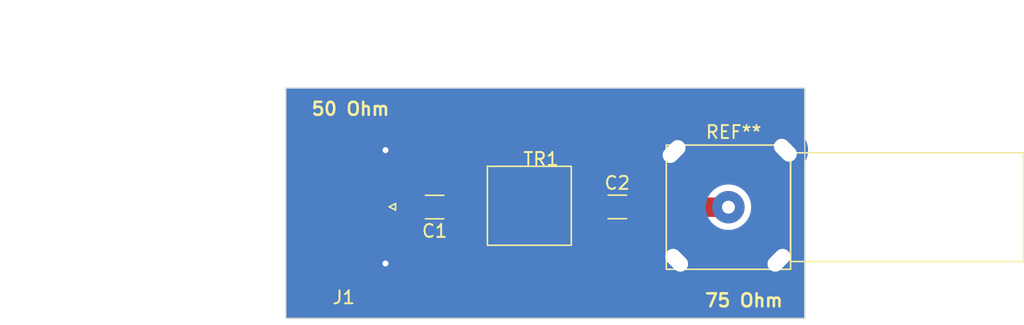
<source format=kicad_pcb>
(kicad_pcb (version 20241229) (generator "pcbnew") (generator_version "9.0")
  (layers (0 "F.Cu" signal) (2 "B.Cu" signal) (13 "F.Paste" user) (15 "B.Paste" user) (5 "F.SilkS" user "F.Silkscreen") (7 "B.SilkS" user "B.Silkscreen") (1 "F.Mask" user) (3 "B.Mask" user) (25 "Edge.Cuts" user))
  (net 0 "")
  (net 1 "Net-(C1-Pad1)")
  (net 2 "Net-(J1-In)")
  (net 3 "Net-(C2-Pad1)")
  (net 4 "Net-(J2-In)")
  (net 5 "GND")
  (footprint "Konektory:Coax_F_female_poziomy" (layer "F.Cu") (at 165 92.01)
    (property "Reference" "REF**" (at 0.4 -5.8 0) (layer "F.SilkS"))
    (property "Value" "Coax_F_female_poziomy")
    (fp_rect (start -4.8 -4.8) (end 4.8 4.8) (stroke (width 0.12)) (fill no) (layer "F.SilkS"))
    (fp_rect (start 4.8 -4.2) (end 22.8 4.2) (stroke (width 0.12)) (fill no) (layer "F.SilkS"))
    (pad "1" thru_hole circle (at 0 0) (size 2.5 2.5) (drill 1) (layers "*.Cu" "*.Mask") (net 4 "Net-(J2-In)"))
    (pad "2" thru_hole circle (at -4.2 -4.3 315) (size 3.5 3.5) (drill oval 1.2 2) (layers "*.Cu" "*.Mask") (net 5 "GND"))
    (pad "2" thru_hole circle (at -4 4.1 45) (size 3.5 3.5) (drill oval 1.2 2) (layers "*.Cu" "*.Mask") (net 5 "GND"))
    (pad "2" thru_hole circle (at 3.9 4.1 315) (size 3.5 3.5) (drill oval 1.2 2) (layers "*.Cu" "*.Mask") (net 5 "GND"))
    (pad "2" thru_hole circle (at 4.4 -4.4 45) (size 3.5 3.5) (drill oval 1.2 2) (layers "*.Cu" "*.Mask") (net 5 "GND"))
  )
  (footprint "Transformatory:Tranformator_Coilcraft_TTWB1015L" (layer "F.Cu") (at 146.375 88.8525)
    (property "Reference" "TR1" (at 4.14 -0.56 0) (layer "F.SilkS"))
    (property "Value" "ADT1.5-2")
    (fp_rect (start 0 0) (end 6.48 6.1) (stroke (width 0.12)) (fill no) (layer "F.SilkS"))
    (pad "1" smd rect (at 0.38 0.58) (size 1.14 1.27) (layers "F.Cu" "F.Mask" "F.Paste") (net 1 "Net-(C1-Pad1)"))
    (pad "2" smd rect (at 0.39 3.07) (size 1.14 1.27) (layers "F.Cu" "F.Mask" "F.Paste"))
    (pad "3" smd rect (at 0.37 5.55) (size 1.14 1.27) (layers "F.Cu" "F.Mask" "F.Paste") (net 5 "GND"))
    (pad "4" smd rect (at 6.03 5.51) (size 1.14 1.27) (layers "F.Cu" "F.Mask" "F.Paste") (net 5 "GND"))
    (pad "5" smd rect (at 6.03 3.08) (size 1.14 1.27) (layers "F.Cu" "F.Mask" "F.Paste"))
    (pad "6" smd rect (at 6.03 0.54) (size 1.14 1.27) (layers "F.Cu" "F.Mask" "F.Paste") (net 3 "Net-(C2-Pad1)"))
  )
  (footprint "Capacitor_SMD:C_1206_3216Metric_Pad1.33x1.80mm_HandSolder" (layer "F.Cu") (at 156.41 91.99)
    (property "Reference" "C2" (at 0 -1.85 0) (layer "F.SilkS"))
    (property "Value" "1n")
    (fp_line (start -0.711252 -0.91) (end 0.711252 -0.91) (stroke (width 0.12)) (layer "F.SilkS"))
    (fp_line (start -0.711252 0.91) (end 0.711252 0.91) (stroke (width 0.12)) (layer "F.SilkS"))
    (pad "1" smd roundrect (at -1.5625 0) (size 1.325 1.8) (layers "F.Cu" "F.Mask" "F.Paste") (roundrect_rratio 0.188679) (net 3 "Net-(C2-Pad1)"))
    (pad "2" smd roundrect (at 1.5625 0) (size 1.325 1.8) (layers "F.Cu" "F.Mask" "F.Paste") (roundrect_rratio 0.188679) (net 4 "Net-(J2-In)"))
  )
  (footprint "Connector_Coaxial:SMA_Molex_73251-1153_EdgeMount_Horizontal" (layer "F.Cu") (at 136.78 91.98)
    (property "Reference" "J1" (at -1.5 7 0) (layer "F.SilkS"))
    (property "Value" "Conn_Coaxial")
    (fp_line (start 2 0) (end 2.5 -0.25) (stroke (width 0.12)) (layer "F.SilkS"))
    (fp_line (start 2.5 -0.25) (end 2.5 0.25) (stroke (width 0.12)) (layer "F.SilkS"))
    (fp_line (start 2.5 0.25) (end 2 0) (stroke (width 0.12)) (layer "F.SilkS"))
    (pad "1" smd rect (at -1.72 0) (size 5.08 2.29) (layers "F.Cu" "F.Mask" "F.Paste") (net 2 "Net-(J1-In)"))
    (pad "2" smd rect (at -1.72 -4.38) (size 5.08 2.42) (layers "F.Cu" "F.Mask" "F.Paste") (net 5 "GND"))
    (pad "2" smd rect (at -1.72 -4.38) (size 5.08 2.42) (layers "B.Cu" "B.Mask" "B.Paste") (net 5 "GND"))
    (pad "2" smd rect (at -1.72 4.38) (size 5.08 2.42) (layers "F.Cu" "F.Mask" "F.Paste") (net 5 "GND"))
    (pad "2" smd rect (at -1.72 4.38) (size 5.08 2.42) (layers "B.Cu" "B.Mask" "B.Paste") (net 5 "GND"))
    (pad "2" smd rect (at 1.27 -4.38) (size 0.95 0.46) (layers "F.Cu") (net 5 "GND"))
    (pad "2" smd rect (at 1.27 -4.38) (size 0.95 0.46) (layers "B.Cu") (net 5 "GND"))
    (pad "2" smd rect (at 1.27 4.38) (size 0.95 0.46) (layers "F.Cu") (net 5 "GND"))
    (pad "2" smd rect (at 1.27 4.38) (size 0.95 0.46) (layers "B.Cu") (net 5 "GND"))
    (pad "2" thru_hole circle (at 1.72 -4.38) (size 0.97 0.97) (drill 0.46) (layers "*.Cu") (net 5 "GND"))
    (pad "2" thru_hole circle (at 1.72 4.38) (size 0.97 0.97) (drill 0.46) (layers "*.Cu") (net 5 "GND"))
  )
  (footprint "Capacitor_SMD:C_1206_3216Metric_Pad1.33x1.80mm_HandSolder" (layer "F.Cu") (at 142.3 92 180)
    (property "Reference" "C1" (at 0 -1.85 0) (layer "F.SilkS"))
    (property "Value" "1n")
    (fp_line (start -0.711252 0.91) (end 0.711252 0.91) (stroke (width 0.12)) (layer "F.SilkS"))
    (fp_line (start -0.711252 -0.91) (end 0.711252 -0.91) (stroke (width 0.12)) (layer "F.SilkS"))
    (pad "1" smd roundrect (at -1.5625 0 180) (size 1.325 1.8) (layers "F.Cu" "F.Mask" "F.Paste") (roundrect_rratio 0.188679) (net 1 "Net-(C1-Pad1)"))
    (pad "2" smd roundrect (at 1.5625 0 180) (size 1.325 1.8) (layers "F.Cu" "F.Mask" "F.Paste") (roundrect_rratio 0.188679) (net 2 "Net-(J1-In)"))
  )
  (gr_rect (start 130.8 82.8) (end 170.9 100.6) (stroke (width 0.1)) (fill no) (layer "Edge.Cuts"))
  (gr_text "50 Ohm" (at 135.8 85 0) (layer "F.SilkS") (effects (font (size 1 1) (thickness 0.2) (bold yes)) (justify bottom)))
  (gr_text "75 Ohm" (at 166.2 99.8 0) (layer "F.SilkS") (effects (font (size 1 1) (thickness 0.2) (bold yes)) (justify bottom)))
  (segment (start 146.755 89.4325) (end 145.4675 89.4325) (width 1.5) (layer "F.Cu") (net 1))
  (segment (start 143.8625 91.0375) (end 143.8625 92) (width 1.5) (layer "F.Cu") (net 1))
  (segment (start 145.4675 89.4325) (end 143.8625 91.0375) (width 1.5) (layer "F.Cu") (net 1))
  (segment (start 134.8 92) (end 140.7375 92) (width 1.5) (layer "F.Cu") (net 2))
  (segment (start 154.8475 90.2575) (end 154.8475 91.99) (width 1.5) (layer "F.Cu") (net 3))
  (segment (start 153.9825 89.3925) (end 154.8475 90.2575) (width 1.5) (layer "F.Cu") (net 3))
  (segment (start 152.405 89.3925) (end 153.9825 89.3925) (width 1.5) (layer "F.Cu") (net 3))
  (segment (start 165.05 92.01) (end 165.11 92.07) (width 1.5) (layer "F.Cu") (net 4))
  (segment (start 157.9925 92.01) (end 157.9725 91.99) (width 1.5) (layer "F.Cu") (net 4))
  (segment (start 165 92.01) (end 157.9925 92.01) (width 1.5) (layer "F.Cu") (net 4))
  (segment (start 146.7615 94.419) (end 152.3485 94.419) (width 1.5) (layer "F.Cu") (net 5))
  (segment (start 146.745 94.4025) (end 146.7615 94.419) (width 1.5) (layer "F.Cu") (net 5))
  (segment (start 149.59 94.77425) (end 149.59 98.60575) (width 2) (layer "F.Cu") (net 5))
  (zone (net 0) (net_name "") (layer "F.Cu") (connect_pads yes (clearance 0)) (min_thickness 0.25)
    (keepout (tracks not_allowed) (vias not_allowed) (pads not_allowed) (copperpour not_allowed) (footprints allowed))
    (fill (thermal_gap 0.5) (thermal_bridge_width 0.5) (island_removal_mode 2) (island_area_min 10))
    (polygon (pts (xy 130.5 89.1) (xy 139.5 89.1) (xy 139.5 94.9) (xy 130.5 94.9)))
  )
  (zone (net 0) (net_name "") (layer "F.Cu") (connect_pads yes (clearance 0)) (min_thickness 0.25)
    (keepout (tracks allowed) (vias not_allowed) (pads allowed) (copperpour not_allowed) (footprints allowed))
    (fill (thermal_gap 0.5) (thermal_bridge_width 0.5) (island_removal_mode 2) (island_area_min 10))
    (polygon (pts (xy 161.9 89.1) (xy 171.1 89.1) (xy 171.1 94.9) (xy 161.9 94.9)))
  )
  (zone (net 0) (net_name "") (layer "F.Cu") (connect_pads yes (clearance 0)) (min_thickness 0.25)
    (keepout (tracks allowed) (vias not_allowed) (pads not_allowed) (copperpour not_allowed) (footprints allowed))
    (fill (thermal_gap 0.5) (thermal_bridge_width 0.5) (island_removal_mode 2) (island_area_min 10))
    (polygon (pts (xy 139.5 85.9) (xy 158.91 85.88) (xy 158.81 97.98) (xy 139.5 98)))
  )
  (zone (net 5) (net_name "GND") (layers "F.Cu" "B.Cu") (connect_pads yes (clearance 0.5)) (min_thickness 0.25) (fill yes (thermal_gap 0.5) (thermal_bridge_width 0.5) (island_removal_mode 2) (island_area_min 10))
    (polygon (pts (xy 130.2 82.4) (xy 171.7 82.4) (xy 171.7 101.1) (xy 129.9 101.1)))
  )
)
</source>
